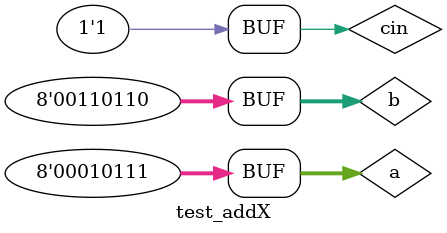
<source format=v>
`include "src/alu/arithm/addX.v"

module test_addX;
   parameter WIRE = 8;
   reg [WIRE-1:0] a, b;
   reg		  cin;
   wire [WIRE-1:0] out;
   wire		   cout;

   addX #(.WIRE(WIRE)) addX_inst(a, b, cin, out, cout);

   initial
     begin
	$dumpfile("signal_addX.vcd");
	$dumpvars;
	$display("\t\ttime,\ta,\tb, \tcin, \tout,\tcout");
	$monitor("%d \t%d \t%d \t%b \t%d \t%b", $time, a, b, cin, out, cout);

	a <= 0;
	b <= 0;
	cin <= 0;
	#100;
	a <= 24;
	b <= 0;
	cin <= 0;
	#100;
	a <= 0;
	b <= 54;
	cin <= 0;
	#100;
	a <= 23;
	b <= 54;
	cin <= 0;
	#100;
	a <= 23;
	b <= 54;
	cin <= 1;
	#100;
     end
endmodule

</source>
